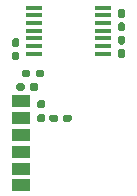
<source format=gbr>
%TF.GenerationSoftware,KiCad,Pcbnew,(5.1.8)-1*%
%TF.CreationDate,2021-09-13T15:45:39-04:00*%
%TF.ProjectId,IR_TEMP_V1,49525f54-454d-4505-9f56-312e6b696361,rev?*%
%TF.SameCoordinates,Original*%
%TF.FileFunction,Paste,Top*%
%TF.FilePolarity,Positive*%
%FSLAX46Y46*%
G04 Gerber Fmt 4.6, Leading zero omitted, Abs format (unit mm)*
G04 Created by KiCad (PCBNEW (5.1.8)-1) date 2021-09-13 15:45:39*
%MOMM*%
%LPD*%
G01*
G04 APERTURE LIST*
%ADD10R,1.500000X1.000000*%
%ADD11R,1.475000X0.450000*%
G04 APERTURE END LIST*
D10*
%TO.C,J6*%
X109940000Y-71166000D03*
%TD*%
%TO.C,J5*%
X109940000Y-69742000D03*
%TD*%
%TO.C,J4*%
X109940000Y-66894000D03*
%TD*%
%TO.C,J3*%
X109940000Y-68318000D03*
%TD*%
%TO.C,J2*%
X109940000Y-72590000D03*
%TD*%
%TO.C,J1*%
X109940000Y-65470000D03*
%TD*%
D11*
%TO.C,IC1*%
X111052000Y-61430000D03*
X111052000Y-60780000D03*
X111052000Y-60130000D03*
X111052000Y-59480000D03*
X111052000Y-58830000D03*
X111052000Y-58180000D03*
X111052000Y-57530000D03*
X116928000Y-57530000D03*
X116928000Y-58180000D03*
X116928000Y-58830000D03*
X116928000Y-59480000D03*
X116928000Y-60130000D03*
X116928000Y-60780000D03*
X116928000Y-61430000D03*
%TD*%
%TO.C,C1*%
G36*
G01*
X111435000Y-64105000D02*
X111435000Y-64415000D01*
G75*
G02*
X111280000Y-64570000I-155000J0D01*
G01*
X110855000Y-64570000D01*
G75*
G02*
X110700000Y-64415000I0J155000D01*
G01*
X110700000Y-64105000D01*
G75*
G02*
X110855000Y-63950000I155000J0D01*
G01*
X111280000Y-63950000D01*
G75*
G02*
X111435000Y-64105000I0J-155000D01*
G01*
G37*
G36*
G01*
X110300000Y-64105000D02*
X110300000Y-64415000D01*
G75*
G02*
X110145000Y-64570000I-155000J0D01*
G01*
X109720000Y-64570000D01*
G75*
G02*
X109565000Y-64415000I0J155000D01*
G01*
X109565000Y-64105000D01*
G75*
G02*
X109720000Y-63950000I155000J0D01*
G01*
X110145000Y-63950000D01*
G75*
G02*
X110300000Y-64105000I0J-155000D01*
G01*
G37*
%TD*%
%TO.C,C2*%
G36*
G01*
X109365000Y-61270000D02*
X109675000Y-61270000D01*
G75*
G02*
X109830000Y-61425000I0J-155000D01*
G01*
X109830000Y-61850000D01*
G75*
G02*
X109675000Y-62005000I-155000J0D01*
G01*
X109365000Y-62005000D01*
G75*
G02*
X109210000Y-61850000I0J155000D01*
G01*
X109210000Y-61425000D01*
G75*
G02*
X109365000Y-61270000I155000J0D01*
G01*
G37*
G36*
G01*
X109365000Y-60135000D02*
X109675000Y-60135000D01*
G75*
G02*
X109830000Y-60290000I0J-155000D01*
G01*
X109830000Y-60715000D01*
G75*
G02*
X109675000Y-60870000I-155000J0D01*
G01*
X109365000Y-60870000D01*
G75*
G02*
X109210000Y-60715000I0J155000D01*
G01*
X109210000Y-60290000D01*
G75*
G02*
X109365000Y-60135000I155000J0D01*
G01*
G37*
%TD*%
%TO.C,C3*%
G36*
G01*
X118325000Y-59925000D02*
X118635000Y-59925000D01*
G75*
G02*
X118790000Y-60080000I0J-155000D01*
G01*
X118790000Y-60505000D01*
G75*
G02*
X118635000Y-60660000I-155000J0D01*
G01*
X118325000Y-60660000D01*
G75*
G02*
X118170000Y-60505000I0J155000D01*
G01*
X118170000Y-60080000D01*
G75*
G02*
X118325000Y-59925000I155000J0D01*
G01*
G37*
G36*
G01*
X118325000Y-61060000D02*
X118635000Y-61060000D01*
G75*
G02*
X118790000Y-61215000I0J-155000D01*
G01*
X118790000Y-61640000D01*
G75*
G02*
X118635000Y-61795000I-155000J0D01*
G01*
X118325000Y-61795000D01*
G75*
G02*
X118170000Y-61640000I0J155000D01*
G01*
X118170000Y-61215000D01*
G75*
G02*
X118325000Y-61060000I155000J0D01*
G01*
G37*
%TD*%
%TO.C,C4*%
G36*
G01*
X118325000Y-58790000D02*
X118635000Y-58790000D01*
G75*
G02*
X118790000Y-58945000I0J-155000D01*
G01*
X118790000Y-59370000D01*
G75*
G02*
X118635000Y-59525000I-155000J0D01*
G01*
X118325000Y-59525000D01*
G75*
G02*
X118170000Y-59370000I0J155000D01*
G01*
X118170000Y-58945000D01*
G75*
G02*
X118325000Y-58790000I155000J0D01*
G01*
G37*
G36*
G01*
X118325000Y-57655000D02*
X118635000Y-57655000D01*
G75*
G02*
X118790000Y-57810000I0J-155000D01*
G01*
X118790000Y-58235000D01*
G75*
G02*
X118635000Y-58390000I-155000J0D01*
G01*
X118325000Y-58390000D01*
G75*
G02*
X118170000Y-58235000I0J155000D01*
G01*
X118170000Y-57810000D01*
G75*
G02*
X118325000Y-57655000I155000J0D01*
G01*
G37*
%TD*%
%TO.C,C5*%
G36*
G01*
X112385000Y-67055000D02*
X112385000Y-66745000D01*
G75*
G02*
X112540000Y-66590000I155000J0D01*
G01*
X112965000Y-66590000D01*
G75*
G02*
X113120000Y-66745000I0J-155000D01*
G01*
X113120000Y-67055000D01*
G75*
G02*
X112965000Y-67210000I-155000J0D01*
G01*
X112540000Y-67210000D01*
G75*
G02*
X112385000Y-67055000I0J155000D01*
G01*
G37*
G36*
G01*
X113520000Y-67055000D02*
X113520000Y-66745000D01*
G75*
G02*
X113675000Y-66590000I155000J0D01*
G01*
X114100000Y-66590000D01*
G75*
G02*
X114255000Y-66745000I0J-155000D01*
G01*
X114255000Y-67055000D01*
G75*
G02*
X114100000Y-67210000I-155000J0D01*
G01*
X113675000Y-67210000D01*
G75*
G02*
X113520000Y-67055000I0J155000D01*
G01*
G37*
%TD*%
%TO.C,R1*%
G36*
G01*
X111220000Y-63260000D02*
X111220000Y-62940000D01*
G75*
G02*
X111380000Y-62780000I160000J0D01*
G01*
X111775000Y-62780000D01*
G75*
G02*
X111935000Y-62940000I0J-160000D01*
G01*
X111935000Y-63260000D01*
G75*
G02*
X111775000Y-63420000I-160000J0D01*
G01*
X111380000Y-63420000D01*
G75*
G02*
X111220000Y-63260000I0J160000D01*
G01*
G37*
G36*
G01*
X110025000Y-63260000D02*
X110025000Y-62940000D01*
G75*
G02*
X110185000Y-62780000I160000J0D01*
G01*
X110580000Y-62780000D01*
G75*
G02*
X110740000Y-62940000I0J-160000D01*
G01*
X110740000Y-63260000D01*
G75*
G02*
X110580000Y-63420000I-160000J0D01*
G01*
X110185000Y-63420000D01*
G75*
G02*
X110025000Y-63260000I0J160000D01*
G01*
G37*
%TD*%
%TO.C,R2*%
G36*
G01*
X111840000Y-67255000D02*
X111520000Y-67255000D01*
G75*
G02*
X111360000Y-67095000I0J160000D01*
G01*
X111360000Y-66700000D01*
G75*
G02*
X111520000Y-66540000I160000J0D01*
G01*
X111840000Y-66540000D01*
G75*
G02*
X112000000Y-66700000I0J-160000D01*
G01*
X112000000Y-67095000D01*
G75*
G02*
X111840000Y-67255000I-160000J0D01*
G01*
G37*
G36*
G01*
X111840000Y-66060000D02*
X111520000Y-66060000D01*
G75*
G02*
X111360000Y-65900000I0J160000D01*
G01*
X111360000Y-65505000D01*
G75*
G02*
X111520000Y-65345000I160000J0D01*
G01*
X111840000Y-65345000D01*
G75*
G02*
X112000000Y-65505000I0J-160000D01*
G01*
X112000000Y-65900000D01*
G75*
G02*
X111840000Y-66060000I-160000J0D01*
G01*
G37*
%TD*%
M02*

</source>
